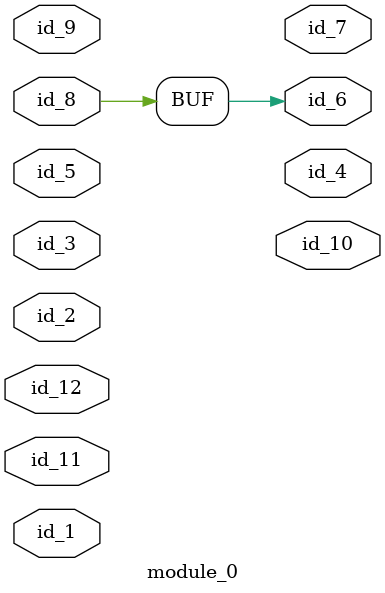
<source format=v>
`define pp_12 0
module module_0 (
    id_1,
    id_2,
    id_3,
    id_4,
    id_5,
    id_6,
    id_7,
    id_8,
    id_9,
    id_10,
    id_11,
    id_12
);
  input id_12;
  inout id_11;
  output id_10;
  input id_9;
  input id_8;
  output id_7;
  output id_6;
  inout id_5;
  output id_4;
  input id_3;
  input id_2;
  inout id_1;
  assign id_6 = id_8;
  assign id_6[1] = id_8;
endmodule

</source>
